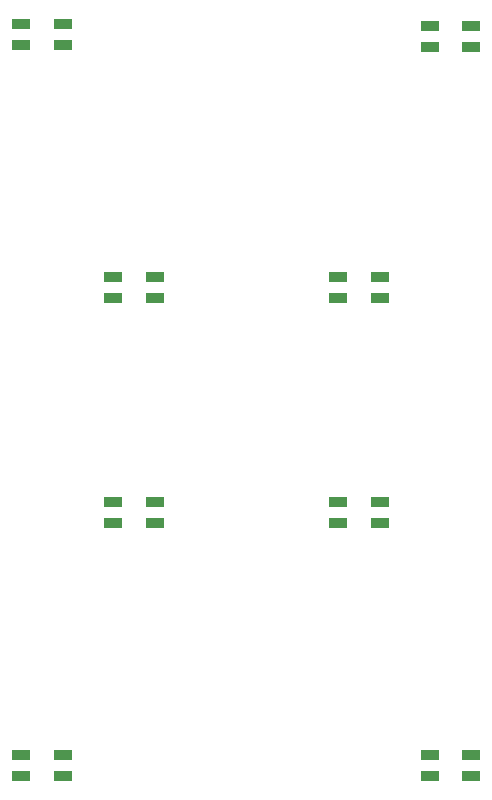
<source format=gtp>
G04 #@! TF.GenerationSoftware,KiCad,Pcbnew,9.0.1*
G04 #@! TF.CreationDate,2025-06-23T17:34:09-04:00*
G04 #@! TF.ProjectId,engiboard,656e6769-626f-4617-9264-2e6b69636164,rev?*
G04 #@! TF.SameCoordinates,Original*
G04 #@! TF.FileFunction,Paste,Top*
G04 #@! TF.FilePolarity,Positive*
%FSLAX46Y46*%
G04 Gerber Fmt 4.6, Leading zero omitted, Abs format (unit mm)*
G04 Created by KiCad (PCBNEW 9.0.1) date 2025-06-23 17:34:09*
%MOMM*%
%LPD*%
G01*
G04 APERTURE LIST*
%ADD10R,1.600000X0.850000*%
G04 APERTURE END LIST*
D10*
G04 #@! TO.C,D2*
X184600000Y-70750000D03*
X184600000Y-72500000D03*
X188100000Y-72500000D03*
X188100000Y-70750000D03*
G04 #@! TD*
G04 #@! TO.C,D14*
X161293750Y-93743750D03*
X161293750Y-91993750D03*
X157793750Y-91993750D03*
X157793750Y-93743750D03*
G04 #@! TD*
G04 #@! TO.C,D1*
X150000000Y-70562500D03*
X150000000Y-72312500D03*
X153500000Y-72312500D03*
X153500000Y-70562500D03*
G04 #@! TD*
G04 #@! TO.C,D3*
X150000000Y-132475000D03*
X150000000Y-134225000D03*
X153500000Y-134225000D03*
X153500000Y-132475000D03*
G04 #@! TD*
G04 #@! TO.C,D13*
X180343750Y-112793750D03*
X180343750Y-111043750D03*
X176843750Y-111043750D03*
X176843750Y-112793750D03*
G04 #@! TD*
G04 #@! TO.C,D15*
X161293750Y-112793750D03*
X161293750Y-111043750D03*
X157793750Y-111043750D03*
X157793750Y-112793750D03*
G04 #@! TD*
G04 #@! TO.C,D16*
X180343750Y-93743750D03*
X180343750Y-91993750D03*
X176843750Y-91993750D03*
X176843750Y-93743750D03*
G04 #@! TD*
G04 #@! TO.C,D12*
X184600000Y-132475000D03*
X184600000Y-134225000D03*
X188100000Y-134225000D03*
X188100000Y-132475000D03*
G04 #@! TD*
M02*

</source>
